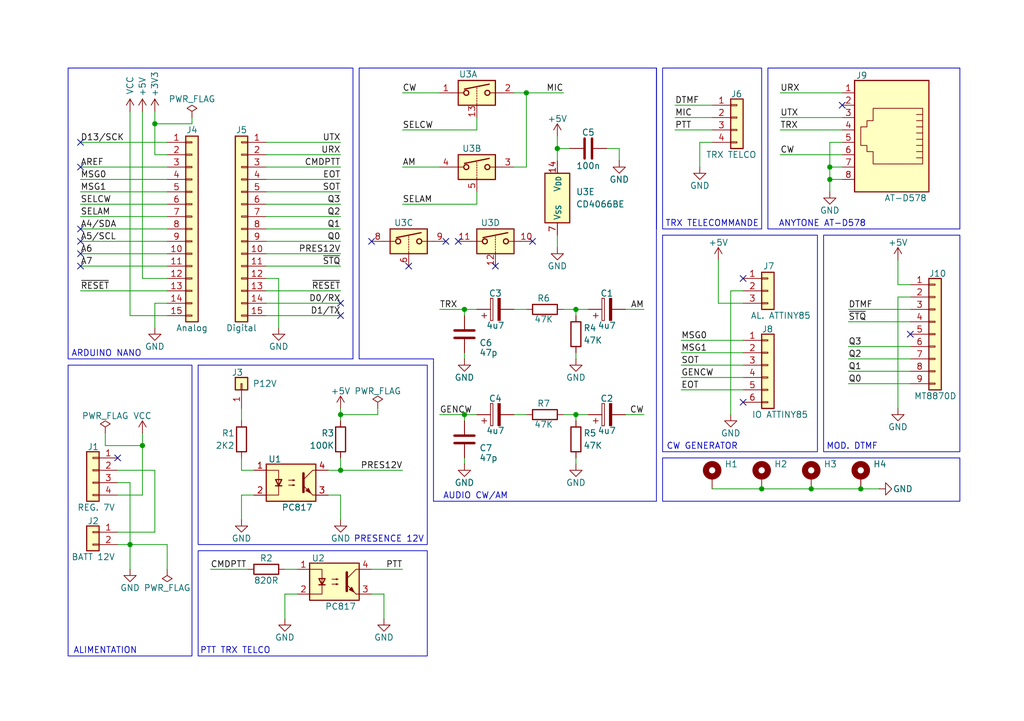
<source format=kicad_sch>
(kicad_sch (version 20250114) (generator "eeschema") (generator_version "9.0")
  (paper "A5")
  (title_block (title "Interface DTMF Remote AT-D578") (date "2025-09-17") (rev "1A") (company "F1ZIC - Nicolas F4ISE"))
  (lib_symbols
    (symbol "+5V_1" (power) (pin_numbers (hide yes)) (pin_names (offset 0) (hide yes))
      (property "Value" "+5V" (at 0 3.556 0))
      (symbol "+5V_1_0_1"
        (polyline (pts (xy -0.762 1.27) (xy 0 2.54)))
        (polyline (pts (xy 0 2.54) (xy 0.762 1.27)))
        (polyline (pts (xy 0 0) (xy 0 2.54)))
      )
      (symbol "+5V_1_1_1"
        (pin power_in line (at 0 0 90) (length 0) (name "~") (number "1"))
      )
    )
    (symbol "+5V_2" (power) (pin_numbers (hide yes)) (pin_names (offset 0) (hide yes))
      (property "Value" "+5V" (at 0 3.556 0))
      (symbol "+5V_2_0_1"
        (polyline (pts (xy -0.762 1.27) (xy 0 2.54)))
        (polyline (pts (xy 0 2.54) (xy 0.762 1.27)))
        (polyline (pts (xy 0 0) (xy 0 2.54)))
      )
      (symbol "+5V_2_1_1"
        (pin power_in line (at 0 0 90) (length 0) (name "~") (number "1"))
      )
    )
    (symbol "Analog_Switch:CD4066BE"
      (property "Reference" "U" (at -5.08 3.81 0))
      (property "Value" "CD4066BE" (at 7.62 3.81 0))
      (symbol "CD4066BE_1_1"
        (polyline (pts (xy -5.08 0) (xy -2.794 0)))
        (rectangle (start -3.81 2.54) (end 3.81 -2.54) (stroke (width 0.254)) (fill (type background)))
        (polyline (pts (xy -2.54 0.762) (xy 2.54 1.778)) (stroke (width 0.254)))
        (circle (center -2.159 0) (radius 0.508) (stroke (width 0.254)))
        (polyline (pts (xy 0 0.762) (xy 0 1.016)))
        (polyline (pts (xy 0 0.254) (xy 0 0.508)))
        (polyline (pts (xy 0 -0.254) (xy 0 0)))
        (polyline (pts (xy 0 -0.762) (xy 0 -0.508)))
        (polyline (pts (xy 0 -1.27) (xy 0 -1.016)))
        (polyline (pts (xy 0 -1.778) (xy 0 -1.524)))
        (polyline (pts (xy 0 -2.54) (xy 0 -2.032)))
        (circle (center 2.159 0) (radius 0.508) (stroke (width 0.254)))
        (polyline (pts (xy 5.08 0) (xy 2.794 0)))
        (pin bidirectional line (at -7.62 0 0) (length 2.54) (name "~") (number "1"))
        (pin input line (at 0 -5.08 90) (length 2.54) (name "~") (number "13"))
        (pin bidirectional line (at 7.62 0 180) (length 2.54) (name "~") (number "2"))
      )
      (symbol "CD4066BE_2_1"
        (polyline (pts (xy -5.08 0) (xy -2.794 0)))
        (rectangle (start -3.81 2.54) (end 3.81 -2.54) (stroke (width 0.254)) (fill (type background)))
        (polyline (pts (xy -2.54 0.762) (xy 2.54 1.778)) (stroke (width 0.254)))
        (circle (center -2.159 0) (radius 0.508) (stroke (width 0.254)))
        (polyline (pts (xy 0 0.762) (xy 0 1.016)))
        (polyline (pts (xy 0 0.254) (xy 0 0.508)))
        (polyline (pts (xy 0 -0.254) (xy 0 0)))
        (polyline (pts (xy 0 -0.762) (xy 0 -0.508)))
        (polyline (pts (xy 0 -1.27) (xy 0 -1.016)))
        (polyline (pts (xy 0 -1.778) (xy 0 -1.524)))
        (polyline (pts (xy 0 -2.54) (xy 0 -2.032)))
        (circle (center 2.159 0) (radius 0.508) (stroke (width 0.254)))
        (polyline (pts (xy 5.08 0) (xy 2.794 0)))
        (pin bidirectional line (at -7.62 0 0) (length 2.54) (name "~") (number "4"))
        (pin input line (at 0 -5.08 90) (length 2.54) (name "~") (number "5"))
        (pin bidirectional line (at 7.62 0 180) (length 2.54) (name "~") (number "3"))
      )
      (symbol "CD4066BE_3_1"
        (polyline (pts (xy -5.08 0) (xy -2.794 0)))
        (rectangle (start -3.81 2.54) (end 3.81 -2.54) (stroke (width 0.254)) (fill (type background)))
        (polyline (pts (xy -2.54 0.762) (xy 2.54 1.778)) (stroke (width 0.254)))
        (circle (center -2.159 0) (radius 0.508) (stroke (width 0.254)))
        (polyline (pts (xy 0 0.762) (xy 0 1.016)))
        (polyline (pts (xy 0 0.254) (xy 0 0.508)))
        (polyline (pts (xy 0 -0.254) (xy 0 0)))
        (polyline (pts (xy 0 -0.762) (xy 0 -0.508)))
        (polyline (pts (xy 0 -1.27) (xy 0 -1.016)))
        (polyline (pts (xy 0 -1.778) (xy 0 -1.524)))
        (polyline (pts (xy 0 -2.54) (xy 0 -2.032)))
        (circle (center 2.159 0) (radius 0.508) (stroke (width 0.254)))
        (polyline (pts (xy 5.08 0) (xy 2.794 0)))
        (pin bidirectional line (at -7.62 0 0) (length 2.54) (name "~") (number "8"))
        (pin input line (at 0 -5.08 90) (length 2.54) (name "~") (number "6"))
        (pin bidirectional line (at 7.62 0 180) (length 2.54) (name "~") (number "9"))
      )
      (symbol "CD4066BE_4_1"
        (polyline (pts (xy -5.08 0) (xy -2.794 0)))
        (rectangle (start -3.81 2.54) (end 3.81 -2.54) (stroke (width 0.254)) (fill (type background)))
        (polyline (pts (xy -2.54 0.762) (xy 2.54 1.778)) (stroke (width 0.254)))
        (circle (center -2.159 0) (radius 0.508) (stroke (width 0.254)))
        (polyline (pts (xy 0 0.762) (xy 0 1.016)))
        (polyline (pts (xy 0 0.254) (xy 0 0.508)))
        (polyline (pts (xy 0 -0.254) (xy 0 0)))
        (polyline (pts (xy 0 -0.762) (xy 0 -0.508)))
        (polyline (pts (xy 0 -1.27) (xy 0 -1.016)))
        (polyline (pts (xy 0 -1.778) (xy 0 -1.524)))
        (polyline (pts (xy 0 -2.54) (xy 0 -2.032)))
        (circle (center 2.159 0) (radius 0.508) (stroke (width 0.254)))
        (polyline (pts (xy 5.08 0) (xy 2.794 0)))
        (pin bidirectional line (at -7.62 0 0) (length 2.54) (name "~") (number "11"))
        (pin input line (at 0 -5.08 90) (length 2.54) (name "~") (number "12"))
        (pin bidirectional line (at 7.62 0 180) (length 2.54) (name "~") (number "10"))
      )
      (symbol "CD4066BE_5_1"
        (rectangle (start -2.54 5.08) (end 2.54 -5.08) (stroke (width 0.254)) (fill (type background)))
        (pin power_in line (at 0 7.62 270) (length 2.54) (name "V_{DD}") (number "14"))
        (pin power_in line (at 0 -7.62 90) (length 2.54) (name "V_{SS}") (number "7"))
      )
    )
    (symbol "Connector:RJ45" (pin_names (offset 1.016))
      (property "Reference" "J" (at -5.08 13.97 0))
      (property "Value" "RJ45" (at 2.54 13.97 0))
      (symbol "RJ45_0_1"
        (polyline (pts (xy -6.35 1.905) (xy -5.08 1.905) (xy -5.08 1.905)))
        (polyline (pts (xy -6.35 0.635) (xy -5.08 0.635) (xy -5.08 0.635)))
        (polyline (pts (xy -6.35 -0.635) (xy -5.08 -0.635) (xy -5.08 -0.635)))
        (polyline (pts (xy -6.35 -1.905) (xy -5.08 -1.905) (xy -5.08 -1.905)))
        (polyline (pts (xy -6.35 -3.175) (xy -5.08 -3.175) (xy -5.08 -3.175)))
        (polyline (pts (xy -6.35 -4.445) (xy -6.35 6.985) (xy 3.81 6.985) (xy 3.81 4.445) (xy 5.08 4.445) (xy 5.08 3.175) (xy 6.35 3.175) (xy 6.35 -0.635) (xy 5.08 -0.635) (xy 5.08 -1.905) (xy 3.81 -1.905) (xy 3.81 -4.445) (xy -6.35 -4.445) (xy -6.35 -4.445)))
        (polyline (pts (xy -5.08 5.715) (xy -6.35 5.715)))
        (polyline (pts (xy -5.08 4.445) (xy -6.35 4.445)))
        (polyline (pts (xy -5.08 3.175) (xy -6.35 3.175) (xy -6.35 3.175)))
        (rectangle (start 7.62 12.7) (end -7.62 -10.16) (stroke (width 0.254)) (fill (type background)))
      )
      (symbol "RJ45_1_1"
        (pin passive line (at 10.16 10.16 180) (length 2.54) (name "~") (number "8"))
        (pin passive line (at 10.16 7.62 180) (length 2.54) (name "~") (number "7"))
        (pin passive line (at 10.16 5.08 180) (length 2.54) (name "~") (number "6"))
        (pin passive line (at 10.16 2.54 180) (length 2.54) (name "~") (number "5"))
        (pin passive line (at 10.16 0 180) (length 2.54) (name "~") (number "4"))
        (pin passive line (at 10.16 -2.54 180) (length 2.54) (name "~") (number "3"))
        (pin passive line (at 10.16 -5.08 180) (length 2.54) (name "~") (number "2"))
        (pin passive line (at 10.16 -7.62 180) (length 2.54) (name "~") (number "1"))
      )
    )
    (symbol "Connector_Generic:Conn_01x01" (pin_names (offset 1.016) (hide yes))
      (property "Reference" "J" (at 0 2.54 0))
      (property "Value" "Conn_01x01" (at 0 -2.54 0))
      (symbol "Conn_01x01_1_1"
        (rectangle (start -1.27 1.27) (end 1.27 -1.27) (stroke (width 0.254)) (fill (type background)))
        (rectangle (start -1.27 0.127) (end 0 -0.127) (stroke (width 0.1524)))
        (pin passive line (at -5.08 0 0) (length 3.81) (name "Pin_1") (number "1"))
      )
    )
    (symbol "Connector_Generic:Conn_01x02" (pin_names (offset 1.016) (hide yes))
      (property "Reference" "J" (at 0 2.54 0))
      (property "Value" "Conn_01x02" (at 0 -5.08 0))
      (symbol "Conn_01x02_1_1"
        (rectangle (start -1.27 1.27) (end 1.27 -3.81) (stroke (width 0.254)) (fill (type background)))
        (rectangle (start -1.27 0.127) (end 0 -0.127) (stroke (width 0.1524)))
        (rectangle (start -1.27 -2.413) (end 0 -2.667) (stroke (width 0.1524)))
        (pin passive line (at -5.08 0 0) (length 3.81) (name "Pin_1") (number "1"))
        (pin passive line (at -5.08 -2.54 0) (length 3.81) (name "Pin_2") (number "2"))
      )
    )
    (symbol "Connector_Generic:Conn_01x03" (pin_names (offset 1.016) (hide yes))
      (property "Reference" "J" (at 0 5.08 0))
      (property "Value" "Conn_01x03" (at 0 -5.08 0))
      (symbol "Conn_01x03_1_1"
        (rectangle (start -1.27 3.81) (end 1.27 -3.81) (stroke (width 0.254)) (fill (type background)))
        (rectangle (start -1.27 2.667) (end 0 2.413) (stroke (width 0.1524)))
        (rectangle (start -1.27 0.127) (end 0 -0.127) (stroke (width 0.1524)))
        (rectangle (start -1.27 -2.413) (end 0 -2.667) (stroke (width 0.1524)))
        (pin passive line (at -5.08 2.54 0) (length 3.81) (name "Pin_1") (number "1"))
        (pin passive line (at -5.08 0 0) (length 3.81) (name "Pin_2") (number "2"))
        (pin passive line (at -5.08 -2.54 0) (length 3.81) (name "Pin_3") (number "3"))
      )
    )
    (symbol "Connector_Generic:Conn_01x04" (pin_names (offset 1.016) (hide yes))
      (property "Reference" "J" (at 0 5.08 0))
      (property "Value" "Conn_01x04" (at 0 -7.62 0))
      (symbol "Conn_01x04_1_1"
        (rectangle (start -1.27 3.81) (end 1.27 -6.35) (stroke (width 0.254)) (fill (type background)))
        (rectangle (start -1.27 2.667) (end 0 2.413) (stroke (width 0.1524)))
        (rectangle (start -1.27 0.127) (end 0 -0.127) (stroke (width 0.1524)))
        (rectangle (start -1.27 -2.413) (end 0 -2.667) (stroke (width 0.1524)))
        (rectangle (start -1.27 -4.953) (end 0 -5.207) (stroke (width 0.1524)))
        (pin passive line (at -5.08 2.54 0) (length 3.81) (name "Pin_1") (number "1"))
        (pin passive line (at -5.08 0 0) (length 3.81) (name "Pin_2") (number "2"))
        (pin passive line (at -5.08 -2.54 0) (length 3.81) (name "Pin_3") (number "3"))
        (pin passive line (at -5.08 -5.08 0) (length 3.81) (name "Pin_4") (number "4"))
      )
    )
    (symbol "Connector_Generic:Conn_01x06" (pin_names (offset 1.016) (hide yes))
      (property "Reference" "J" (at 0 7.62 0))
      (property "Value" "Conn_01x06" (at 0 -10.16 0))
      (symbol "Conn_01x06_1_1"
        (rectangle (start -1.27 6.35) (end 1.27 -8.89) (stroke (width 0.254)) (fill (type background)))
        (rectangle (start -1.27 5.207) (end 0 4.953) (stroke (width 0.1524)))
        (rectangle (start -1.27 2.667) (end 0 2.413) (stroke (width 0.1524)))
        (rectangle (start -1.27 0.127) (end 0 -0.127) (stroke (width 0.1524)))
        (rectangle (start -1.27 -2.413) (end 0 -2.667) (stroke (width 0.1524)))
        (rectangle (start -1.27 -4.953) (end 0 -5.207) (stroke (width 0.1524)))
        (rectangle (start -1.27 -7.493) (end 0 -7.747) (stroke (width 0.1524)))
        (pin passive line (at -5.08 5.08 0) (length 3.81) (name "Pin_1") (number "1"))
        (pin passive line (at -5.08 2.54 0) (length 3.81) (name "Pin_2") (number "2"))
        (pin passive line (at -5.08 0 0) (length 3.81) (name "Pin_3") (number "3"))
        (pin passive line (at -5.08 -2.54 0) (length 3.81) (name "Pin_4") (number "4"))
        (pin passive line (at -5.08 -5.08 0) (length 3.81) (name "Pin_5") (number "5"))
        (pin passive line (at -5.08 -7.62 0) (length 3.81) (name "Pin_6") (number "6"))
      )
    )
    (symbol "Connector_Generic:Conn_01x09" (pin_names (offset 1.016) (hide yes))
      (property "Reference" "J" (at 0 12.7 0))
      (property "Value" "Conn_01x09" (at 0 -12.7 0))
      (symbol "Conn_01x09_1_1"
        (rectangle (start -1.27 11.43) (end 1.27 -11.43) (stroke (width 0.254)) (fill (type background)))
        (rectangle (start -1.27 10.287) (end 0 10.033) (stroke (width 0.1524)))
        (rectangle (start -1.27 7.747) (end 0 7.493) (stroke (width 0.1524)))
        (rectangle (start -1.27 5.207) (end 0 4.953) (stroke (width 0.1524)))
        (rectangle (start -1.27 2.667) (end 0 2.413) (stroke (width 0.1524)))
        (rectangle (start -1.27 0.127) (end 0 -0.127) (stroke (width 0.1524)))
        (rectangle (start -1.27 -2.413) (end 0 -2.667) (stroke (width 0.1524)))
        (rectangle (start -1.27 -4.953) (end 0 -5.207) (stroke (width 0.1524)))
        (rectangle (start -1.27 -7.493) (end 0 -7.747) (stroke (width 0.1524)))
        (rectangle (start -1.27 -10.033) (end 0 -10.287) (stroke (width 0.1524)))
        (pin passive line (at -5.08 10.16 0) (length 3.81) (name "Pin_1") (number "1"))
        (pin passive line (at -5.08 7.62 0) (length 3.81) (name "Pin_2") (number "2"))
        (pin passive line (at -5.08 5.08 0) (length 3.81) (name "Pin_3") (number "3"))
        (pin passive line (at -5.08 2.54 0) (length 3.81) (name "Pin_4") (number "4"))
        (pin passive line (at -5.08 0 0) (length 3.81) (name "Pin_5") (number "5"))
        (pin passive line (at -5.08 -2.54 0) (length 3.81) (name "Pin_6") (number "6"))
        (pin passive line (at -5.08 -5.08 0) (length 3.81) (name "Pin_7") (number "7"))
        (pin passive line (at -5.08 -7.62 0) (length 3.81) (name "Pin_8") (number "8"))
        (pin passive line (at -5.08 -10.16 0) (length 3.81) (name "Pin_9") (number "9"))
      )
    )
    (symbol "Connector_Generic:Conn_01x15" (pin_names (offset 1.016) (hide yes))
      (property "Reference" "J" (at 0 20.32 0))
      (property "Value" "Conn_01x15" (at 0 -20.32 0))
      (symbol "Conn_01x15_1_1"
        (rectangle (start -1.27 19.05) (end 1.27 -19.05) (stroke (width 0.254)) (fill (type background)))
        (rectangle (start -1.27 17.907) (end 0 17.653) (stroke (width 0.1524)))
        (rectangle (start -1.27 15.367) (end 0 15.113) (stroke (width 0.1524)))
        (rectangle (start -1.27 12.827) (end 0 12.573) (stroke (width 0.1524)))
        (rectangle (start -1.27 10.287) (end 0 10.033) (stroke (width 0.1524)))
        (rectangle (start -1.27 7.747) (end 0 7.493) (stroke (width 0.1524)))
        (rectangle (start -1.27 5.207) (end 0 4.953) (stroke (width 0.1524)))
        (rectangle (start -1.27 2.667) (end 0 2.413) (stroke (width 0.1524)))
        (rectangle (start -1.27 0.127) (end 0 -0.127) (stroke (width 0.1524)))
        (rectangle (start -1.27 -2.413) (end 0 -2.667) (stroke (width 0.1524)))
        (rectangle (start -1.27 -4.953) (end 0 -5.207) (stroke (width 0.1524)))
        (rectangle (start -1.27 -7.493) (end 0 -7.747) (stroke (width 0.1524)))
        (rectangle (start -1.27 -10.033) (end 0 -10.287) (stroke (width 0.1524)))
        (rectangle (start -1.27 -12.573) (end 0 -12.827) (stroke (width 0.1524)))
        (rectangle (start -1.27 -15.113) (end 0 -15.367) (stroke (width 0.1524)))
        (rectangle (start -1.27 -17.653) (end 0 -17.907) (stroke (width 0.1524)))
        (pin passive line (at -5.08 17.78 0) (length 3.81) (name "Pin_1") (number "1"))
        (pin passive line (at -5.08 15.24 0) (length 3.81) (name "Pin_2") (number "2"))
        (pin passive line (at -5.08 12.7 0) (length 3.81) (name "Pin_3") (number "3"))
        (pin passive line (at -5.08 10.16 0) (length 3.81) (name "Pin_4") (number "4"))
        (pin passive line (at -5.08 7.62 0) (length 3.81) (name "Pin_5") (number "5"))
        (pin passive line (at -5.08 5.08 0) (length 3.81) (name "Pin_6") (number "6"))
        (pin passive line (at -5.08 2.54 0) (length 3.81) (name "Pin_7") (number "7"))
        (pin passive line (at -5.08 0 0) (length 3.81) (name "Pin_8") (number "8"))
        (pin passive line (at -5.08 -2.54 0) (length 3.81) (name "Pin_9") (number "9"))
        (pin passive line (at -5.08 -5.08 0) (length 3.81) (name "Pin_10") (number "10"))
        (pin passive line (at -5.08 -7.62 0) (length 3.81) (name "Pin_11") (number "11"))
        (pin passive line (at -5.08 -10.16 0) (length 3.81) (name "Pin_12") (number "12"))
        (pin passive line (at -5.08 -12.7 0) (length 3.81) (name "Pin_13") (number "13"))
        (pin passive line (at -5.08 -15.24 0) (length 3.81) (name "Pin_14") (number "14"))
        (pin passive line (at -5.08 -17.78 0) (length 3.81) (name "Pin_15") (number "15"))
      )
    )
    (symbol "Device:C" (pin_numbers (hide yes)) (pin_names (offset 0.254))
      (property "Reference" "C" (at 0.635 2.54 0))
      (property "Value" "C" (at 0.635 -2.54 0))
      (symbol "C_0_1"
        (polyline (pts (xy -2.032 0.762) (xy 2.032 0.762)) (stroke (width 0.508)))
        (polyline (pts (xy -2.032 -0.762) (xy 2.032 -0.762)) (stroke (width 0.508)))
      )
      (symbol "C_1_1"
        (pin passive line (at 0 3.81 270) (length 2.794) (name "~") (number "1"))
        (pin passive line (at 0 -3.81 90) (length 2.794) (name "~") (number "2"))
      )
    )
    (symbol "Device:C_Polarized" (pin_numbers (hide yes)) (pin_names (offset 0.254))
      (property "Reference" "C" (at 0.635 2.54 0))
      (property "Value" "C_Polarized" (at 0.635 -2.54 0))
      (symbol "C_Polarized_0_1"
        (rectangle (start -2.286 0.508) (end 2.286 1.016))
        (polyline (pts (xy -1.778 2.286) (xy -0.762 2.286)))
        (polyline (pts (xy -1.27 2.794) (xy -1.27 1.778)))
        (rectangle (start 2.286 -0.508) (end -2.286 -1.016) (fill (type outline)))
      )
      (symbol "C_Polarized_1_1"
        (pin passive line (at 0 3.81 270) (length 2.794) (name "~") (number "1"))
        (pin passive line (at 0 -3.81 90) (length 2.794) (name "~") (number "2"))
      )
    )
    (symbol "Device:R" (pin_numbers (hide yes)) (pin_names (offset 0))
      (property "Reference" "R" (at 2.032 0 90))
      (property "Value" "R" (at 0 0 90))
      (symbol "R_0_1"
        (rectangle (start -1.016 -2.54) (end 1.016 2.54) (stroke (width 0.254)))
      )
      (symbol "R_1_1"
        (pin passive line (at 0 3.81 270) (length 1.27) (name "~") (number "1"))
        (pin passive line (at 0 -3.81 90) (length 1.27) (name "~") (number "2"))
      )
    )
    (symbol "GND_1" (power) (pin_numbers (hide yes)) (pin_names (offset 0) (hide yes))
      (property "Value" "GND" (at 0 -3.81 0))
      (symbol "GND_1_0_1"
        (polyline (pts (xy 0 0) (xy 0 -1.27) (xy 1.27 -1.27) (xy 0 -2.54) (xy -1.27 -1.27) (xy 0 -1.27)))
      )
      (symbol "GND_1_1_1"
        (pin power_in line (at 0 0 270) (length 0) (name "~") (number "1"))
      )
    )
    (symbol "GND_2" (power) (pin_numbers (hide yes)) (pin_names (offset 0) (hide yes))
      (property "Value" "GND" (at 0 -3.81 0))
      (symbol "GND_2_0_1"
        (polyline (pts (xy 0 0) (xy 0 -1.27) (xy 1.27 -1.27) (xy 0 -2.54) (xy -1.27 -1.27) (xy 0 -1.27)))
      )
      (symbol "GND_2_1_1"
        (pin power_in line (at 0 0 270) (length 0) (name "~") (number "1"))
      )
    )
    (symbol "GND_3" (power) (pin_numbers (hide yes)) (pin_names (offset 0) (hide yes))
      (property "Value" "GND" (at 0 -3.81 0))
      (symbol "GND_3_0_1"
        (polyline (pts (xy 0 0) (xy 0 -1.27) (xy 1.27 -1.27) (xy 0 -2.54) (xy -1.27 -1.27) (xy 0 -1.27)))
      )
      (symbol "GND_3_1_1"
        (pin power_in line (at 0 0 270) (length 0) (name "~") (number "1"))
      )
    )
    (symbol "GND_4" (power) (pin_numbers (hide yes)) (pin_names (offset 0) (hide yes))
      (property "Value" "GND" (at 0 -3.81 0))
      (symbol "GND_4_0_1"
        (polyline (pts (xy 0 0) (xy 0 -1.27) (xy 1.27 -1.27) (xy 0 -2.54) (xy -1.27 -1.27) (xy 0 -1.27)))
      )
      (symbol "GND_4_1_1"
        (pin power_in line (at 0 0 270) (length 0) (name "~") (number "1"))
      )
    )
    (symbol "Isolator:PC817" (pin_names (offset 1.016))
      (property "Reference" "U" (at -5.08 5.08 0))
      (property "Value" "PC817" (at 0 5.08 0))
      (symbol "PC817_0_1"
        (rectangle (start -5.08 3.81) (end 5.08 -3.81) (stroke (width 0.254)) (fill (type background)))
        (polyline (pts (xy -5.08 2.54) (xy -2.54 2.54) (xy -2.54 -0.635)))
        (polyline (pts (xy -3.175 -0.635) (xy -1.905 -0.635)) (stroke (width 0.254)))
        (polyline (pts (xy -2.54 -0.635) (xy -2.54 -2.54) (xy -5.08 -2.54)))
        (polyline (pts (xy -2.54 -0.635) (xy -3.175 0.635) (xy -1.905 0.635) (xy -2.54 -0.635)) (stroke (width 0.254)))
        (polyline (pts (xy -0.508 0.508) (xy 0.762 0.508) (xy 0.381 0.381) (xy 0.381 0.635) (xy 0.762 0.508)))
        (polyline (pts (xy -0.508 -0.508) (xy 0.762 -0.508) (xy 0.381 -0.635) (xy 0.381 -0.381) (xy 0.762 -0.508)))
        (polyline (pts (xy 2.54 1.905) (xy 2.54 -1.905)) (stroke (width 0.508)))
        (polyline (pts (xy 2.54 0.635) (xy 4.445 2.54)))
        (polyline (pts (xy 3.048 -1.651) (xy 3.556 -1.143) (xy 4.064 -2.159) (xy 3.048 -1.651)) (fill (type outline)))
        (polyline (pts (xy 4.445 2.54) (xy 5.08 2.54)))
        (polyline (pts (xy 4.445 -2.54) (xy 2.54 -0.635)) (fill (type outline)))
        (polyline (pts (xy 4.445 -2.54) (xy 5.08 -2.54)))
      )
      (symbol "PC817_1_1"
        (pin passive line (at -7.62 2.54 0) (length 2.54) (name "~") (number "1"))
        (pin passive line (at -7.62 -2.54 0) (length 2.54) (name "~") (number "2"))
        (pin passive line (at 7.62 2.54 180) (length 2.54) (name "~") (number "4"))
        (pin passive line (at 7.62 -2.54 180) (length 2.54) (name "~") (number "3"))
      )
    )
    (symbol "Mechanical:MountingHole_Pad" (pin_numbers (hide yes)) (pin_names (offset 1.016) (hide yes)) (in_bom no)
      (property "Reference" "H" (at 0 6.35 0))
      (property "Value" "MountingHole_Pad" (at 0 4.445 0))
      (symbol "MountingHole_Pad_0_1"
        (circle (center 0 1.27) (radius 1.27) (stroke (width 1.27)))
      )
      (symbol "MountingHole_Pad_1_1"
        (pin input line (at 0 -2.54 90) (length 2.54) (name "1") (number "1"))
      )
    )
    (symbol "VCC_1" (power) (pin_numbers (hide yes)) (pin_names (offset 0) (hide yes))
      (property "Value" "VCC" (at 0 3.556 0))
      (symbol "VCC_1_0_1"
        (polyline (pts (xy -0.762 1.27) (xy 0 2.54)))
        (polyline (pts (xy 0 2.54) (xy 0.762 1.27)))
        (polyline (pts (xy 0 0) (xy 0 2.54)))
      )
      (symbol "VCC_1_1_1"
        (pin power_in line (at 0 0 90) (length 0) (name "~") (number "1"))
      )
    )
    (symbol "power:+3V3" (power) (pin_numbers (hide yes)) (pin_names (offset 0) (hide yes))
      (property "Value" "+3V3" (at 0 3.556 0))
      (symbol "+3V3_0_1"
        (polyline (pts (xy -0.762 1.27) (xy 0 2.54)))
        (polyline (pts (xy 0 2.54) (xy 0.762 1.27)))
        (polyline (pts (xy 0 0) (xy 0 2.54)))
      )
      (symbol "+3V3_1_1"
        (pin power_in line (at 0 0 90) (length 0) (name "~") (number "1"))
      )
    )
    (symbol "power:PWR_FLAG" (power) (pin_numbers (hide yes)) (pin_names (offset 0) (hide yes))
      (property "Value" "PWR_FLAG" (at 0 3.81 0))
      (symbol "PWR_FLAG_0_0"
        (pin power_out line (at 0 0 90) (length 0) (name "~") (number "1"))
      )
      (symbol "PWR_FLAG_0_1"
        (polyline (pts (xy 0 0) (xy 0 1.27) (xy -1.016 1.905) (xy 0 2.54) (xy 1.016 1.905) (xy 0 1.27)))
      )
    )
  )
  (rectangle (start 135.89 48.26) (end 167.64 92.71))
  (rectangle (start 13.97 13.97) (end 72.39 73.66))
  (rectangle (start 168.91 48.26) (end 196.85 92.71))
  (rectangle (start 135.89 93.98) (end 196.85 102.87))
  (rectangle (start 13.97 74.93) (end 39.37 134.62))
  (rectangle (start 40.64 74.93) (end 87.63 111.76))
  (rectangle (start 40.64 113.03) (end 87.63 134.62))
  (rectangle (start 135.89 13.97) (end 156.21 46.99))
  (text "ALIMENTATION" (at 21.59 133.604 0) (effects (font (size 1.27 1.27))))
  (text "ARDUINO NANO" (at 21.844 72.644 0) (effects (font (size 1.27 1.27))))
  (text "AUDIO CW/AM" (at 97.536 101.854 0) (effects (font (size 1.27 1.27))))
  (text "ANYTONE AT-D578" (at 168.656 45.974 0) (effects (font (size 1.27 1.27))))
  (text "TRX TELECOMMANDE" (at 146.05 45.974 0) (effects (font (size 1.27 1.27))))
  (text "MOD. DTMF" (at 174.752 91.694 0) (effects (font (size 1.27 1.27))))
  (text "PRESENCE 12V" (at 79.756 110.744 0) (effects (font (size 1.27 1.27))))
  (text "PTT TRX TELCO" (at 48.26 133.604 0) (effects (font (size 1.27 1.27))))
  (text "CW GENERATOR" (at 144.018 91.694 0) (effects (font (size 1.27 1.27))))
  (junction (at 69.85 85.09))
  (junction (at 29.21 91.44))
  (junction (at 26.67 111.76))
  (junction (at 170.18 36.83))
  (junction (at 176.53 100.33))
  (junction (at 69.85 96.52))
  (junction (at 156.21 100.33))
  (junction (at 118.11 63.5))
  (junction (at 95.25 63.5))
  (junction (at 170.18 34.29))
  (junction (at 118.11 85.09))
  (junction (at 166.37 100.33))
  (junction (at 95.25 85.09))
  (junction (at 31.75 25.4))
  (junction (at 114.3 30.48))
  (junction (at 107.95 19.05))
  (no_connect (at 152.4 82.55))
  (no_connect (at 69.85 62.23))
  (no_connect (at 172.72 21.59))
  (no_connect (at 69.85 64.77))
  (no_connect (at 16.51 29.21))
  (no_connect (at 16.51 54.61))
  (no_connect (at 93.98 49.53))
  (no_connect (at 76.2 49.53))
  (no_connect (at 101.6 54.61))
  (no_connect (at 83.82 54.61))
  (no_connect (at 186.69 68.58))
  (no_connect (at 16.51 34.29))
  (no_connect (at 16.51 46.99))
  (no_connect (at 109.22 49.53))
  (no_connect (at 16.51 49.53))
  (no_connect (at 91.44 49.53))
  (no_connect (at 16.51 52.07))
  (no_connect (at 24.13 93.98))
  (no_connect (at 152.4 57.15))
  (wire (pts (xy 54.61 62.23) (xy 69.85 62.23)))
  (wire (pts (xy 69.85 83.82) (xy 69.85 85.09)))
  (wire (pts (xy 69.85 93.98) (xy 69.85 96.52)))
  (wire (pts (xy 78.74 121.92) (xy 78.74 127)))
  (wire (pts (xy 24.13 99.06) (xy 26.67 99.06)))
  (wire (pts (xy 69.85 101.6) (xy 67.31 101.6)))
  (wire (pts (xy 34.29 31.75) (xy 31.75 31.75)))
  (wire (pts (xy 173.99 78.74) (xy 186.69 78.74)))
  (wire (pts (xy 172.72 29.21) (xy 170.18 29.21)))
  (wire (pts (xy 149.86 59.69) (xy 149.86 85.09)))
  (wire (pts (xy 105.41 34.29) (xy 107.95 34.29)))
  (wire (pts (xy 77.47 83.82) (xy 77.47 85.09)))
  (wire (pts (xy 139.7 77.47) (xy 152.4 77.47)))
  (wire (pts (xy 166.37 100.33) (xy 176.53 100.33)))
  (wire (pts (xy 172.72 36.83) (xy 170.18 36.83)))
  (wire (pts (xy 82.55 26.67) (xy 97.79 26.67)))
  (wire (pts (xy 170.18 34.29) (xy 170.18 36.83)))
  (wire (pts (xy 170.18 34.29) (xy 172.72 34.29)))
  (wire (pts (xy 82.55 34.29) (xy 90.17 34.29)))
  (wire (pts (xy 16.51 41.91) (xy 34.29 41.91)))
  (wire (pts (xy 186.69 60.96) (xy 184.15 60.96)))
  (wire (pts (xy 16.51 46.99) (xy 34.29 46.99)))
  (wire (pts (xy 97.79 85.09) (xy 95.25 85.09)))
  (polyline (pts (xy 157.48 46.99) (xy 196.85 46.99)))
  (wire (pts (xy 29.21 22.86) (xy 29.21 57.15)))
  (wire (pts (xy 34.29 57.15) (xy 29.21 57.15)))
  (wire (pts (xy 139.7 69.85) (xy 152.4 69.85)))
  (wire (pts (xy 139.7 72.39) (xy 152.4 72.39)))
  (wire (pts (xy 69.85 96.52) (xy 67.31 96.52)))
  (wire (pts (xy 26.67 111.76) (xy 26.67 116.84)))
  (wire (pts (xy 52.07 96.52) (xy 49.53 96.52)))
  (wire (pts (xy 139.7 80.01) (xy 152.4 80.01)))
  (wire (pts (xy 31.75 25.4) (xy 31.75 31.75)))
  (wire (pts (xy 138.43 26.67) (xy 146.05 26.67)))
  (wire (pts (xy 16.51 44.45) (xy 34.29 44.45)))
  (wire (pts (xy 54.61 52.07) (xy 69.85 52.07)))
  (wire (pts (xy 54.61 34.29) (xy 69.85 34.29)))
  (wire (pts (xy 170.18 36.83) (xy 170.18 39.37)))
  (wire (pts (xy 114.3 48.26) (xy 114.3 50.8)))
  (wire (pts (xy 76.2 116.84) (xy 82.55 116.84)))
  (wire (pts (xy 107.95 34.29) (xy 107.95 19.05)))
  (wire (pts (xy 115.57 63.5) (xy 118.11 63.5)))
  (wire (pts (xy 95.25 63.5) (xy 97.79 63.5)))
  (wire (pts (xy 39.37 25.4) (xy 31.75 25.4)))
  (wire (pts (xy 139.7 74.93) (xy 152.4 74.93)))
  (wire (pts (xy 49.53 83.82) (xy 49.53 86.36)))
  (wire (pts (xy 160.02 31.75) (xy 172.72 31.75)))
  (wire (pts (xy 54.61 59.69) (xy 69.85 59.69)))
  (wire (pts (xy 54.61 39.37) (xy 69.85 39.37)))
  (wire (pts (xy 76.2 121.92) (xy 78.74 121.92)))
  (wire (pts (xy 147.32 62.23) (xy 147.32 53.34)))
  (wire (pts (xy 152.4 62.23) (xy 147.32 62.23)))
  (wire (pts (xy 69.85 85.09) (xy 69.85 86.36)))
  (wire (pts (xy 54.61 41.91) (xy 69.85 41.91)))
  (wire (pts (xy 173.99 73.66) (xy 186.69 73.66)))
  (wire (pts (xy 180.34 100.33) (xy 176.53 100.33)))
  (polyline (pts (xy 157.48 13.97) (xy 157.48 46.99)))
  (wire (pts (xy 49.53 93.98) (xy 49.53 96.52)))
  (polyline (pts (xy 73.66 13.97) (xy 134.62 13.97)))
  (wire (pts (xy 115.57 85.09) (xy 118.11 85.09)))
  (wire (pts (xy 160.02 26.67) (xy 172.72 26.67)))
  (wire (pts (xy 49.53 101.6) (xy 49.53 106.68)))
  (wire (pts (xy 26.67 111.76) (xy 34.29 111.76)))
  (wire (pts (xy 160.02 19.05) (xy 172.72 19.05)))
  (wire (pts (xy 58.42 121.92) (xy 58.42 127)))
  (wire (pts (xy 54.61 54.61) (xy 69.85 54.61)))
  (wire (pts (xy 26.67 99.06) (xy 26.67 111.76)))
  (wire (pts (xy 118.11 85.09) (xy 120.65 85.09)))
  (polyline (pts (xy 73.66 73.66) (xy 88.9 73.66)))
  (wire (pts (xy 128.27 63.5) (xy 132.08 63.5)))
  (wire (pts (xy 82.55 41.91) (xy 97.79 41.91)))
  (wire (pts (xy 43.18 116.84) (xy 50.8 116.84)))
  (wire (pts (xy 160.02 24.13) (xy 172.72 24.13)))
  (wire (pts (xy 95.25 93.98) (xy 95.25 95.25)))
  (wire (pts (xy 39.37 24.13) (xy 39.37 25.4)))
  (wire (pts (xy 173.99 76.2) (xy 186.69 76.2)))
  (wire (pts (xy 69.85 106.68) (xy 69.85 101.6)))
  (wire (pts (xy 16.51 34.29) (xy 34.29 34.29)))
  (wire (pts (xy 82.55 19.05) (xy 90.17 19.05)))
  (wire (pts (xy 77.47 85.09) (xy 69.85 85.09)))
  (wire (pts (xy 97.79 24.13) (xy 97.79 26.67)))
  (wire (pts (xy 54.61 46.99) (xy 69.85 46.99)))
  (wire (pts (xy 69.85 96.52) (xy 82.55 96.52)))
  (wire (pts (xy 127 30.48) (xy 127 33.02)))
  (wire (pts (xy 31.75 22.86) (xy 31.75 25.4)))
  (wire (pts (xy 54.61 57.15) (xy 57.15 57.15)))
  (wire (pts (xy 95.25 64.77) (xy 95.25 63.5)))
  (wire (pts (xy 54.61 29.21) (xy 69.85 29.21)))
  (wire (pts (xy 26.67 22.86) (xy 26.67 64.77)))
  (wire (pts (xy 34.29 64.77) (xy 26.67 64.77)))
  (wire (pts (xy 16.51 59.69) (xy 34.29 59.69)))
  (polyline (pts (xy 88.9 102.87) (xy 134.62 102.87)))
  (wire (pts (xy 54.61 44.45) (xy 69.85 44.45)))
  (wire (pts (xy 54.61 49.53) (xy 69.85 49.53)))
  (wire (pts (xy 156.21 100.33) (xy 166.37 100.33)))
  (wire (pts (xy 118.11 85.09) (xy 118.11 86.36)))
  (polyline (pts (xy 134.62 102.87) (xy 134.62 13.97)))
  (wire (pts (xy 118.11 63.5) (xy 118.11 64.77)))
  (wire (pts (xy 118.11 72.39) (xy 118.11 73.66)))
  (wire (pts (xy 16.51 36.83) (xy 34.29 36.83)))
  (polyline (pts (xy 88.9 73.66) (xy 88.9 102.87)))
  (wire (pts (xy 29.21 101.6) (xy 29.21 91.44)))
  (wire (pts (xy 95.25 72.39) (xy 95.25 73.66)))
  (wire (pts (xy 29.21 91.44) (xy 29.21 88.9)))
  (polyline (pts (xy 157.48 13.97) (xy 196.85 13.97)))
  (wire (pts (xy 138.43 24.13) (xy 146.05 24.13)))
  (wire (pts (xy 138.43 21.59) (xy 146.05 21.59)))
  (wire (pts (xy 105.41 85.09) (xy 107.95 85.09)))
  (wire (pts (xy 114.3 30.48) (xy 116.84 30.48)))
  (wire (pts (xy 16.51 29.21) (xy 34.29 29.21)))
  (wire (pts (xy 184.15 60.96) (xy 184.15 83.82)))
  (wire (pts (xy 115.57 19.05) (xy 107.95 19.05)))
  (wire (pts (xy 143.51 29.21) (xy 143.51 34.29)))
  (wire (pts (xy 173.99 66.04) (xy 186.69 66.04)))
  (wire (pts (xy 173.99 63.5) (xy 186.69 63.5)))
  (wire (pts (xy 90.17 85.09) (xy 95.25 85.09)))
  (wire (pts (xy 118.11 63.5) (xy 120.65 63.5)))
  (wire (pts (xy 114.3 27.94) (xy 114.3 30.48)))
  (wire (pts (xy 31.75 109.22) (xy 24.13 109.22)))
  (wire (pts (xy 16.51 54.61) (xy 34.29 54.61)))
  (wire (pts (xy 16.51 49.53) (xy 34.29 49.53)))
  (wire (pts (xy 95.25 86.36) (xy 95.25 85.09)))
  (wire (pts (xy 124.46 30.48) (xy 127 30.48)))
  (wire (pts (xy 58.42 116.84) (xy 60.96 116.84)))
  (wire (pts (xy 31.75 96.52) (xy 31.75 109.22)))
  (wire (pts (xy 128.27 85.09) (xy 132.08 85.09)))
  (wire (pts (xy 54.61 36.83) (xy 69.85 36.83)))
  (polyline (pts (xy 73.66 13.97) (xy 73.66 73.66)))
  (wire (pts (xy 34.29 111.76) (xy 34.29 116.84)))
  (wire (pts (xy 21.59 88.9) (xy 21.59 91.44)))
  (wire (pts (xy 118.11 93.98) (xy 118.11 95.25)))
  (wire (pts (xy 24.13 96.52) (xy 31.75 96.52)))
  (wire (pts (xy 26.67 111.76) (xy 24.13 111.76)))
  (wire (pts (xy 57.15 57.15) (xy 57.15 67.31)))
  (wire (pts (xy 146.05 100.33) (xy 156.21 100.33)))
  (wire (pts (xy 54.61 64.77) (xy 69.85 64.77)))
  (wire (pts (xy 170.18 29.21) (xy 170.18 34.29)))
  (wire (pts (xy 152.4 59.69) (xy 149.86 59.69)))
  (wire (pts (xy 105.41 63.5) (xy 107.95 63.5)))
  (wire (pts (xy 107.95 19.05) (xy 105.41 19.05)))
  (wire (pts (xy 24.13 101.6) (xy 29.21 101.6)))
  (wire (pts (xy 16.51 52.07) (xy 34.29 52.07)))
  (wire (pts (xy 52.07 101.6) (xy 49.53 101.6)))
  (wire (pts (xy 97.79 39.37) (xy 97.79 41.91)))
  (wire (pts (xy 114.3 30.48) (xy 114.3 33.02)))
  (polyline (pts (xy 196.85 46.99) (xy 196.85 13.97)))
  (wire (pts (xy 173.99 71.12) (xy 186.69 71.12)))
  (wire (pts (xy 184.15 53.34) (xy 184.15 58.42)))
  (wire (pts (xy 31.75 62.23) (xy 31.75 67.31)))
  (wire (pts (xy 34.29 62.23) (xy 31.75 62.23)))
  (wire (pts (xy 90.17 63.5) (xy 95.25 63.5)))
  (wire (pts (xy 60.96 121.92) (xy 58.42 121.92)))
  (wire (pts (xy 16.51 39.37) (xy 34.29 39.37)))
  (wire (pts (xy 146.05 29.21) (xy 143.51 29.21)))
  (wire (pts (xy 21.59 91.44) (xy 29.21 91.44)))
  (wire (pts (xy 184.15 58.42) (xy 186.69 58.42)))
  (polyline (pts (xy 134.62 13.97) (xy 134.62 46.99)))
  (wire (pts (xy 54.61 31.75) (xy 69.85 31.75)))
  (label "GENCW" (at 139.7 77.47 0))
  (label "Q0" (at 69.85 49.53 180))
  (label "Q1" (at 69.85 46.99 180))
  (label "GENCW" (at 90.17 85.09 0))
  (label "SELCW" (at 16.51 41.91 0))
  (label "Q3" (at 69.85 41.91 180))
  (label "AM" (at 132.08 63.5 180))
  (label "CMDPTT" (at 43.18 116.84 0))
  (label "Q0" (at 173.99 78.74 0))
  (label "Q2" (at 173.99 73.66 0))
  (label "PTT" (at 82.55 116.84 180))
  (label "D13{slash}SCK" (at 16.51 29.21 0))
  (label "MSG1" (at 139.7 72.39 0))
  (label "A7" (at 16.51 54.61 0))
  (label "Q2" (at 69.85 44.45 180))
  (label "URX" (at 69.85 31.75 180))
  (label "MSG1" (at 16.51 39.37 0))
  (label "DTMF" (at 138.43 21.59 0))
  (label "MIC" (at 115.57 19.05 180))
  (label "~{STQ}" (at 173.99 66.04 0))
  (label "PRES12V" (at 69.85 52.07 180))
  (label "A4{slash}SDA" (at 16.51 46.99 0))
  (label "MIC" (at 138.43 24.13 0))
  (label "TRX" (at 160.02 26.67 0))
  (label "A5{slash}SCL" (at 16.51 49.53 0))
  (label "PRES12V" (at 82.55 96.52 180))
  (label "Q1" (at 173.99 76.2 0))
  (label "CW" (at 160.02 31.75 0))
  (label "CW" (at 82.55 19.05 0))
  (label "SELAM" (at 16.51 44.45 0))
  (label "~{RESET}" (at 69.85 59.69 180))
  (label "~{RESET}" (at 16.51 59.69 0))
  (label "A6" (at 16.51 52.07 0))
  (label "SELAM" (at 82.55 41.91 0))
  (label "MSG0" (at 139.7 69.85 0))
  (label "MSG0" (at 16.51 36.83 0))
  (label "UTX" (at 160.02 24.13 0))
  (label "EOT" (at 69.85 36.83 180))
  (label "URX" (at 160.02 19.05 0))
  (label "~{STQ}" (at 69.85 54.61 180))
  (label "SOT" (at 69.85 39.37 180))
  (label "D1{slash}TX" (at 69.85 64.77 180))
  (label "Q3" (at 173.99 71.12 0))
  (label "D0{slash}RX" (at 69.85 62.23 180))
  (label "PTT" (at 138.43 26.67 0))
  (label "AREF" (at 16.51 34.29 0))
  (label "TRX" (at 90.17 63.5 0))
  (label "SELCW" (at 82.55 26.67 0))
  (label "EOT" (at 139.7 80.01 0))
  (label "CMDPTT" (at 69.85 34.29 180))
  (label "CW" (at 132.08 85.09 180))
  (label "AM" (at 82.55 34.29 0))
  (label "UTX" (at 69.85 29.21 180))
  (label "DTMF" (at 173.99 63.5 0))
  (label "SOT" (at 139.7 74.93 0))
  (symbol (lib_id "Connector_Generic:Conn_01x15") (at 39.37 46.99 0) (unit 1)
    (property "Reference" "J4" (at 39.37 26.67 0))
    (property "Value" "Analog" (at 39.37 67.31 0))
    (property "Footprint" "Connector_PinHeader_2.54mm:PinHeader_1x15_P2.54mm_Vertical" (effects (hide yes)))
  )
  (symbol (lib_id "Connector_Generic:Conn_01x15") (at 49.53 46.99 0) (mirror y) (unit 1)
    (property "Reference" "J5" (at 49.53 26.67 0))
    (property "Value" "Digital" (at 49.53 67.31 0))
    (property "Footprint" "Connector_PinHeader_2.54mm:PinHeader_1x15_P2.54mm_Vertical" (effects (hide yes)))
  )
  (symbol (lib_id "Analog_Switch:CD4066BE") (at 97.79 19.05 0) (unit 1)
    (property "Reference" "U3" (at 96.012 15.24 0))
    (property "Value" "CD4066BE" (effects (hide yes)))
    (property "Footprint" "Package_DIP:DIP-14_W7.62mm" (effects (hide yes)))
    (property "Datasheet" "https://www.ti.com/lit/ds/symlink/cd4066b.pdf" (effects (hide yes)))
    (property "Description" "Quad 20V analog SPST 1:1 switch, DIP-14" (effects (hide yes)))
  )
  (symbol (lib_id "Mechanical:MountingHole_Pad") (at 166.37 97.79 0) (unit 1) (in_bom no)
    (property "Reference" "H3" (at 168.91 95.2499 0) (effects (justify left)))
    (property "Value" "MountingHole_Pad" (effects (hide yes)))
    (property "Footprint" "MountingHole:MountingHole_3.2mm_M3_DIN965_Pad" (effects (hide yes)))
    (property "Description" "Mounting Hole with connection" (effects (hide yes)))
  )
  (symbol (lib_name "GND_1") (lib_id "power:GND") (at 95.25 95.25 0) (unit 1)
    (property "Reference" "#PWR018" (effects (hide yes)))
    (property "Value" "GND" (at 95.25 99.06 0))
    (property "Description" "Power symbol creates a global label with name \"GND\" , ground" (effects (hide yes)))
  )
  (symbol (lib_id "Analog_Switch:CD4066BE") (at 83.82 49.53 0) (unit 3)
    (property "Reference" "U3" (at 82.804 45.72 0))
    (property "Value" "CD4066BE" (effects (hide yes)))
    (property "Footprint" "Package_DIP:DIP-14_W7.62mm" (effects (hide yes)))
    (property "Datasheet" "https://www.ti.com/lit/ds/symlink/cd4066b.pdf" (effects (hide yes)))
    (property "Description" "Quad 20V analog SPST 1:1 switch, DIP-14" (effects (hide yes)))
  )
  (symbol (lib_id "Device:R") (at 111.76 63.5 90) (unit 1)
    (property "Reference" "R6" (at 111.506 61.214 90))
    (property "Value" "47K" (at 111.506 65.532 90))
    (property "Footprint" "Resistor_THT:R_Axial_DIN0204_L3.6mm_D1.6mm_P7.62mm_Horizontal" (effects (hide yes)))
    (property "Description" "Resistor" (effects (hide yes)))
  )
  (symbol (lib_id "Device:C_Polarized") (at 101.6 85.09 90) (unit 1)
    (property "Reference" "C4" (at 101.6 81.788 90))
    (property "Value" "4u7" (at 101.6 88.392 90))
    (property "Footprint" "Capacitor_THT:CP_Radial_D5.0mm_P2.50mm" (effects (hide yes)))
    (property "Description" "Polarized capacitor" (effects (hide yes)))
  )
  (symbol (lib_name "GND_3") (lib_id "power:GND") (at 149.86 85.09 0) (unit 1)
    (property "Reference" "#PWR022" (effects (hide yes)))
    (property "Value" "GND" (at 149.86 88.9 0))
    (property "Description" "Power symbol creates a global label with name \"GND\" , ground" (effects (hide yes)))
  )
  (symbol (lib_name "GND_4") (lib_id "power:GND") (at 143.51 34.29 0) (unit 1)
    (property "Reference" "#PWR020" (effects (hide yes)))
    (property "Value" "GND" (at 143.51 38.1 0))
    (property "Description" "Power symbol creates a global label with name \"GND\" , ground" (effects (hide yes)))
  )
  (symbol (lib_name "GND_1") (lib_id "power:GND") (at 118.11 95.25 0) (unit 1)
    (property "Reference" "#PWR014" (effects (hide yes)))
    (property "Value" "GND" (at 118.11 99.06 0))
    (property "Description" "Power symbol creates a global label with name \"GND\" , ground" (effects (hide yes)))
  )
  (symbol (lib_name "+5V_2") (lib_id "power:+5V") (at 147.32 53.34 0) (unit 1)
    (property "Reference" "#PWR021" (effects (hide yes)))
    (property "Value" "+5V" (at 147.32 49.784 0))
    (property "Description" "Power symbol creates a global label with name \"+5V\"" (effects (hide yes)))
  )
  (symbol (lib_id "power:PWR_FLAG") (at 21.59 88.9 0) (unit 1)
    (property "Reference" "#FLG02" (effects (hide yes)))
    (property "Value" "PWR_FLAG" (at 21.59 85.344 0))
    (property "Description" "Special symbol for telling ERC where power comes from" (effects (hide yes)))
  )
  (symbol (lib_id "Device:R") (at 111.76 85.09 90) (unit 1)
    (property "Reference" "R7" (at 111.506 82.804 90))
    (property "Value" "47K" (at 111.506 87.122 90))
    (property "Footprint" "Resistor_THT:R_Axial_DIN0204_L3.6mm_D1.6mm_P7.62mm_Horizontal" (effects (hide yes)))
    (property "Description" "Resistor" (effects (hide yes)))
  )
  (symbol (lib_name "GND_4") (lib_id "power:GND") (at 78.74 127 0) (unit 1)
    (property "Reference" "#PWR012" (effects (hide yes)))
    (property "Value" "GND" (at 78.74 130.81 0))
    (property "Description" "Power symbol creates a global label with name \"GND\" , ground" (effects (hide yes)))
  )
  (symbol (lib_name "GND_4") (lib_id "power:GND") (at 180.34 100.33 90) (unit 1)
    (property "Reference" "#PWR05" (effects (hide yes)))
    (property "Value" "GND" (at 185.166 100.33 90))
    (property "Description" "Power symbol creates a global label with name \"GND\" , ground" (effects (hide yes)))
  )
  (symbol (lib_name "GND_4") (lib_id "power:GND") (at 57.15 67.31 0) (unit 1)
    (property "Reference" "#PWR08" (effects (hide yes)))
    (property "Value" "GND" (at 57.15 71.12 0))
    (property "Description" "Power symbol creates a global label with name \"GND\" , ground" (effects (hide yes)))
  )
  (symbol (lib_id "Device:R") (at 49.53 90.17 0) (unit 1)
    (property "Reference" "R1" (at 45.466 88.9 0) (effects (justify left)))
    (property "Value" "2K2" (at 44.196 91.44 0) (effects (justify left)))
    (property "Footprint" "Resistor_THT:R_Axial_DIN0204_L3.6mm_D1.6mm_P7.62mm_Horizontal" (effects (hide yes)))
    (property "Description" "Resistor" (effects (hide yes)))
  )
  (symbol (lib_id "Device:C") (at 120.65 30.48 90) (unit 1)
    (property "Reference" "C5" (at 120.65 27.178 90))
    (property "Value" "100n" (at 120.65 34.036 90))
    (property "Footprint" "Capacitor_THT:C_Rect_L7.0mm_W3.5mm_P5.00mm" (effects (hide yes)))
    (property "Description" "Unpolarized capacitor" (effects (hide yes)))
  )
  (symbol (lib_id "Connector_Generic:Conn_01x03") (at 157.48 59.69 0) (unit 1)
    (property "Reference" "J7" (at 156.464 54.61 0) (effects (justify left)))
    (property "Value" "AL. ATTINY85" (at 153.924 64.77 0) (effects (justify left)))
    (property "Footprint" "Connector_PinHeader_2.54mm:PinHeader_1x03_P2.54mm_Vertical" (effects (hide yes)))
    (property "Description" "Generic connector, single row, 01x03, script generated (kicad-library-utils/schlib/autogen/connector/)" (effects (hide yes)))
  )
  (symbol (lib_name "GND_1") (lib_id "power:GND") (at 184.15 83.82 0) (unit 1)
    (property "Reference" "#PWR025" (effects (hide yes)))
    (property "Value" "GND" (at 184.15 87.63 0))
    (property "Description" "Power symbol creates a global label with name \"GND\" , ground" (effects (hide yes)))
  )
  (symbol (lib_id "Connector_Generic:Conn_01x04") (at 151.13 24.13 0) (unit 1)
    (property "Reference" "J6" (at 149.86 19.304 0) (effects (justify left)))
    (property "Value" "TRX TELCO" (at 144.78 31.75 0) (effects (justify left)))
    (property "Footprint" "Connector_PinHeader_2.54mm:PinHeader_1x04_P2.54mm_Vertical" (effects (hide yes)))
    (property "Description" "Generic connector, single row, 01x04, script generated (kicad-library-utils/schlib/autogen/connector/)" (effects (hide yes)))
  )
  (symbol (lib_id "Device:C_Polarized") (at 124.46 63.5 90) (unit 1)
    (property "Reference" "C1" (at 124.46 60.198 90))
    (property "Value" "4u7" (at 124.46 66.802 90))
    (property "Footprint" "Capacitor_THT:CP_Radial_D5.0mm_P2.50mm" (effects (hide yes)))
    (property "Description" "Polarized capacitor" (effects (hide yes)))
  )
  (symbol (lib_id "Device:C_Polarized") (at 101.6 63.5 90) (unit 1)
    (property "Reference" "C3" (at 101.6 60.198 90))
    (property "Value" "4u7" (at 101.6 66.802 90))
    (property "Footprint" "Capacitor_THT:CP_Radial_D5.0mm_P2.50mm" (effects (hide yes)))
    (property "Description" "Polarized capacitor" (effects (hide yes)))
  )
  (symbol (lib_name "GND_1") (lib_id "power:GND") (at 95.25 73.66 0) (unit 1)
    (property "Reference" "#PWR017" (effects (hide yes)))
    (property "Value" "GND" (at 95.25 77.47 0))
    (property "Description" "Power symbol creates a global label with name \"GND\" , ground" (effects (hide yes)))
  )
  (symbol (lib_id "Mechanical:MountingHole_Pad") (at 146.05 97.79 0) (unit 1) (in_bom no)
    (property "Reference" "H1" (at 148.59 95.2499 0) (effects (justify left)))
    (property "Value" "MountingHole_Pad" (effects (hide yes)))
    (property "Footprint" "MountingHole:MountingHole_3.2mm_M3_DIN965_Pad" (effects (hide yes)))
    (property "Description" "Mounting Hole with connection" (effects (hide yes)))
  )
  (symbol (lib_id "Device:R") (at 118.11 68.58 0) (unit 1)
    (property "Reference" "R4" (at 119.634 67.31 0) (effects (justify left)))
    (property "Value" "47K" (at 119.634 69.85 0) (effects (justify left)))
    (property "Footprint" "Resistor_THT:R_Axial_DIN0204_L3.6mm_D1.6mm_P7.62mm_Horizontal" (effects (hide yes)))
    (property "Description" "Resistor" (effects (hide yes)))
  )
  (symbol (lib_id "power:PWR_FLAG") (at 34.29 116.84 180) (unit 1)
    (property "Reference" "#FLG01" (effects (hide yes)))
    (property "Value" "PWR_FLAG" (at 34.29 120.65 0))
    (property "Description" "Special symbol for telling ERC where power comes from" (effects (hide yes)))
  )
  (symbol (lib_id "Analog_Switch:CD4066BE") (at 114.3 40.64 0) (unit 5)
    (property "Reference" "U3" (at 118.11 39.3699 0) (effects (justify left)))
    (property "Value" "CD4066BE" (at 118.11 41.9099 0) (effects (justify left)))
    (property "Footprint" "Package_DIP:DIP-14_W7.62mm" (effects (hide yes)))
    (property "Datasheet" "https://www.ti.com/lit/ds/symlink/cd4066b.pdf" (effects (hide yes)))
    (property "Description" "Quad 20V analog SPST 1:1 switch, DIP-14" (effects (hide yes)))
  )
  (symbol (lib_id "Connector:RJ45") (at 182.88 26.67 180) (unit 1)
    (property "Reference" "J9" (at 175.514 15.494 0) (effects (justify right)))
    (property "Value" "AT-D578" (at 181.356 40.64 0) (effects (justify right)))
    (property "Footprint" "Connector_RJ:RJ45_Amphenol_54602-x08_Horizontal" (effects (hide yes)))
    (property "Description" "RJ connector, 8P8C (8 positions 8 connected)" (effects (hide yes)))
  )
  (symbol (lib_name "+5V_1") (lib_id "power:+5V") (at 184.15 53.34 0) (unit 1)
    (property "Reference" "#PWR024" (effects (hide yes)))
    (property "Value" "+5V" (at 184.15 49.784 0))
    (property "Description" "Power symbol creates a global label with name \"+5V\"" (effects (hide yes)))
  )
  (symbol (lib_name "VCC_1") (lib_id "power:VCC") (at 29.21 88.9 0) (mirror y) (unit 1)
    (property "Reference" "#PWR03" (effects (hide yes)))
    (property "Value" "VCC" (at 29.21 85.344 0))
    (property "Description" "Power symbol creates a global label with name \"VCC\"" (effects (hide yes)))
  )
  (symbol (lib_id "power:+3V3") (at 31.75 22.86 0) (unit 1)
    (property "Reference" "#PWR04" (effects (hide yes)))
    (property "Value" "+3V3" (at 31.75 17.272 90))
    (property "Description" "Power symbol creates a global label with name \"+3V3\"" (effects (hide yes)))
  )
  (symbol (lib_name "GND_4") (lib_id "power:GND") (at 170.18 39.37 0) (unit 1)
    (property "Reference" "#PWR023" (effects (hide yes)))
    (property "Value" "GND" (at 170.18 43.18 0))
    (property "Description" "Power symbol creates a global label with name \"GND\" , ground" (effects (hide yes)))
  )
  (symbol (lib_id "Mechanical:MountingHole_Pad") (at 176.53 97.79 0) (unit 1) (in_bom no)
    (property "Reference" "H4" (at 179.07 95.2499 0) (effects (justify left)))
    (property "Value" "MountingHole_Pad" (effects (hide yes)))
    (property "Footprint" "MountingHole:MountingHole_3.2mm_M3_DIN965_Pad" (effects (hide yes)))
    (property "Description" "Mounting Hole with connection" (effects (hide yes)))
  )
  (symbol (lib_id "Isolator:PC817") (at 59.69 99.06 0) (unit 1)
    (property "Reference" "U1" (at 56.388 94.234 0))
    (property "Value" "PC817" (at 60.96 104.14 0))
    (property "Footprint" "Package_DIP:DIP-4_W7.62mm" (effects (hide yes)))
    (property "Datasheet" "http://www.soselectronic.cz/a_info/resource/d/pc817.pdf" (effects (hide yes)))
    (property "Description" "DC Optocoupler, Vce 35V, CTR 50-300%, DIP-4" (effects (hide yes)))
  )
  (symbol (lib_id "Device:R") (at 69.85 90.17 0) (unit 1)
    (property "Reference" "R3" (at 68.58 88.9 0) (effects (justify right)))
    (property "Value" "100K" (at 68.58 91.44 0) (effects (justify right)))
    (property "Footprint" "Resistor_THT:R_Axial_DIN0204_L3.6mm_D1.6mm_P7.62mm_Horizontal" (effects (hide yes)))
    (property "Description" "Resistor" (effects (hide yes)))
  )
  (symbol (lib_name "GND_4") (lib_id "power:GND") (at 58.42 127 0) (unit 1)
    (property "Reference" "#PWR011" (effects (hide yes)))
    (property "Value" "GND" (at 58.42 130.81 0))
    (property "Description" "Power symbol creates a global label with name \"GND\" , ground" (effects (hide yes)))
  )
  (symbol (lib_name "+5V_1") (lib_id "power:+5V") (at 114.3 27.94 0) (mirror y) (unit 1)
    (property "Reference" "#PWR015" (effects (hide yes)))
    (property "Value" "+5V" (at 114.3 24.384 0))
    (property "Description" "Power symbol creates a global label with name \"+5V\"" (effects (hide yes)))
  )
  (symbol (lib_id "Device:C_Polarized") (at 124.46 85.09 90) (unit 1)
    (property "Reference" "C2" (at 124.46 81.788 90))
    (property "Value" "4u7" (at 124.46 88.392 90))
    (property "Footprint" "Capacitor_THT:CP_Radial_D5.0mm_P2.50mm" (effects (hide yes)))
    (property "Description" "Polarized capacitor" (effects (hide yes)))
  )
  (symbol (lib_name "VCC_1") (lib_id "power:VCC") (at 26.67 22.86 0) (mirror y) (unit 1)
    (property "Reference" "#PWR026" (effects (hide yes)))
    (property "Value" "VCC" (at 26.67 17.526 90))
    (property "Description" "Power symbol creates a global label with name \"VCC\"" (effects (hide yes)))
  )
  (symbol (lib_name "GND_4") (lib_id "power:GND") (at 69.85 106.68 0) (unit 1)
    (property "Reference" "#PWR010" (effects (hide yes)))
    (property "Value" "GND" (at 69.85 110.49 0))
    (property "Description" "Power symbol creates a global label with name \"GND\" , ground" (effects (hide yes)))
  )
  (symbol (lib_id "Connector_Generic:Conn_01x06") (at 157.48 74.93 0) (unit 1)
    (property "Reference" "J8" (at 156.21 67.564 0) (effects (justify left)))
    (property "Value" "IO ATTINY85" (at 154.178 85.09 0) (effects (justify left)))
    (property "Footprint" "Connector_PinHeader_2.54mm:PinHeader_1x06_P2.54mm_Vertical" (effects (hide yes)))
    (property "Description" "Generic connector, single row, 01x06, script generated (kicad-library-utils/schlib/autogen/connector/)" (effects (hide yes)))
  )
  (symbol (lib_id "Connector_Generic:Conn_01x02") (at 19.05 109.22 0) (mirror y) (unit 1)
    (property "Reference" "J2" (at 20.32 106.934 0) (effects (justify left)))
    (property "Value" "BATT 12V" (at 23.622 114.3 0) (effects (justify left)))
    (property "Footprint" "TerminalBlock:TerminalBlock_MaiXu_MX126-5.0-02P_1x02_P5.00mm" (effects (hide yes)))
    (property "Description" "Generic connector, single row, 01x02, script generated (kicad-library-utils/schlib/autogen/connector/)" (effects (hide yes)))
  )
  (symbol (lib_name "GND_1") (lib_id "power:GND") (at 118.11 73.66 0) (unit 1)
    (property "Reference" "#PWR013" (effects (hide yes)))
    (property "Value" "GND" (at 118.11 77.47 0))
    (property "Description" "Power symbol creates a global label with name \"GND\" , ground" (effects (hide yes)))
  )
  (symbol (lib_id "Mechanical:MountingHole_Pad") (at 156.21 97.79 0) (unit 1) (in_bom no)
    (property "Reference" "H2" (at 158.75 95.2499 0) (effects (justify left)))
    (property "Value" "MountingHole_Pad" (effects (hide yes)))
    (property "Footprint" "MountingHole:MountingHole_3.2mm_M3_DIN965_Pad" (effects (hide yes)))
    (property "Description" "Mounting Hole with connection" (effects (hide yes)))
  )
  (symbol (lib_name "GND_4") (lib_id "power:GND") (at 127 33.02 0) (unit 1)
    (property "Reference" "#PWR019" (effects (hide yes)))
    (property "Value" "GND" (at 127 36.83 0))
    (property "Description" "Power symbol creates a global label with name \"GND\" , ground" (effects (hide yes)))
  )
  (symbol (lib_name "GND_4") (lib_id "power:GND") (at 49.53 106.68 0) (unit 1)
    (property "Reference" "#PWR07" (effects (hide yes)))
    (property "Value" "GND" (at 49.53 110.49 0))
    (property "Description" "Power symbol creates a global label with name \"GND\" , ground" (effects (hide yes)))
  )
  (symbol (lib_id "Analog_Switch:CD4066BE") (at 97.79 34.29 0) (unit 2)
    (property "Reference" "U3" (at 96.774 30.48 0))
    (property "Value" "CD4066BE" (effects (hide yes)))
    (property "Footprint" "Package_DIP:DIP-14_W7.62mm" (effects (hide yes)))
    (property "Datasheet" "https://www.ti.com/lit/ds/symlink/cd4066b.pdf" (effects (hide yes)))
    (property "Description" "Quad 20V analog SPST 1:1 switch, DIP-14" (effects (hide yes)))
  )
  (symbol (lib_name "GND_4") (lib_id "power:GND") (at 114.3 50.8 0) (unit 1)
    (property "Reference" "#PWR016" (effects (hide yes)))
    (property "Value" "GND" (at 114.3 54.61 0))
    (property "Description" "Power symbol creates a global label with name \"GND\" , ground" (effects (hide yes)))
  )
  (symbol (lib_id "Device:R") (at 118.11 90.17 0) (unit 1)
    (property "Reference" "R5" (at 119.634 88.9 0) (effects (justify left)))
    (property "Value" "47K" (at 119.634 91.44 0) (effects (justify left)))
    (property "Footprint" "Resistor_THT:R_Axial_DIN0204_L3.6mm_D1.6mm_P7.62mm_Horizontal" (effects (hide yes)))
    (property "Description" "Resistor" (effects (hide yes)))
  )
  (symbol (lib_name "+5V_1") (lib_id "power:+5V") (at 29.21 22.86 0) (mirror y) (unit 1)
    (property "Reference" "#PWR02" (effects (hide yes)))
    (property "Value" "+5V" (at 29.21 17.78 90))
    (property "Description" "Power symbol creates a global label with name \"+5V\"" (effects (hide yes)))
  )
  (symbol (lib_id "Device:C") (at 95.25 90.17 0) (unit 1)
    (property "Reference" "C7" (at 98.298 91.948 0) (effects (justify left)))
    (property "Value" "47p" (at 98.298 93.98 0) (effects (justify left)))
    (property "Footprint" "Capacitor_THT:C_Rect_L7.0mm_W3.5mm_P5.00mm" (effects (hide yes)))
    (property "Description" "Unpolarized capacitor" (effects (hide yes)))
  )
  (symbol (lib_id "Connector_Generic:Conn_01x01") (at 49.53 78.74 90) (unit 1)
    (property "Reference" "J3" (at 47.498 76.454 90) (effects (justify right)))
    (property "Value" "P12V" (at 51.816 78.74 90) (effects (justify right)))
    (property "Footprint" "Connector_PinHeader_2.54mm:PinHeader_1x01_P2.54mm_Vertical" (effects (hide yes)))
    (property "Description" "Generic connector, single row, 01x01, script generated (kicad-library-utils/schlib/autogen/connector/)" (effects (hide yes)))
  )
  (symbol (lib_name "GND_2") (lib_id "power:GND") (at 26.67 116.84 0) (mirror y) (unit 1)
    (property "Reference" "#PWR01" (effects (hide yes)))
    (property "Value" "GND" (at 26.67 120.65 0))
    (property "Description" "Power symbol creates a global label with name \"GND\" , ground" (effects (hide yes)))
  )
  (symbol (lib_id "Connector_Generic:Conn_01x09") (at 191.77 68.58 0) (unit 1)
    (property "Reference" "J10" (at 190.5 56.134 0) (effects (justify left)))
    (property "Value" "MT8870D" (at 187.452 81.28 0) (effects (justify left)))
    (property "Footprint" "Connector_PinHeader_2.54mm:PinHeader_1x09_P2.54mm_Vertical" (effects (hide yes)))
    (property "Description" "Generic connector, single row, 01x09, script generated (kicad-library-utils/schlib/autogen/connector/)" (effects (hide yes)))
  )
  (symbol (lib_id "Connector_Generic:Conn_01x04") (at 19.05 96.52 0) (mirror y) (unit 1)
    (property "Reference" "J1" (at 20.32 91.694 0) (effects (justify left)))
    (property "Value" "REG. 7V" (at 23.622 104.14 0) (effects (justify left)))
    (property "Footprint" "Connector_PinHeader_2.54mm:PinHeader_1x04_P2.54mm_Vertical" (effects (hide yes)))
    (property "Description" "Generic connector, single row, 01x04, script generated (kicad-library-utils/schlib/autogen/connector/)" (effects (hide yes)))
  )
  (symbol (lib_id "power:PWR_FLAG") (at 77.47 83.82 0) (unit 1)
    (property "Reference" "#FLG03" (effects (hide yes)))
    (property "Value" "PWR_FLAG" (at 77.47 80.264 0))
    (property "Description" "Special symbol for telling ERC where power comes from" (effects (hide yes)))
  )
  (symbol (lib_id "power:PWR_FLAG") (at 39.37 24.13 0) (unit 1)
    (property "Reference" "#FLG04" (effects (hide yes)))
    (property "Value" "PWR_FLAG" (at 39.37 20.32 0))
    (property "Description" "Special symbol for telling ERC where power comes from" (effects (hide yes)))
  )
  (symbol (lib_id "Device:R") (at 54.61 116.84 90) (unit 1)
    (property "Reference" "R2" (at 54.61 114.554 90))
    (property "Value" "820R" (at 54.61 119.126 90))
    (property "Footprint" "Resistor_THT:R_Axial_DIN0204_L3.6mm_D1.6mm_P7.62mm_Horizontal" (effects (hide yes)))
    (property "Description" "Resistor" (effects (hide yes)))
  )
  (symbol (lib_id "Isolator:PC817") (at 68.58 119.38 0) (unit 1)
    (property "Reference" "U2" (at 65.278 114.554 0))
    (property "Value" "PC817" (at 69.85 124.46 0))
    (property "Footprint" "Package_DIP:DIP-4_W7.62mm" (effects (hide yes)))
    (property "Datasheet" "http://www.soselectronic.cz/a_info/resource/d/pc817.pdf" (effects (hide yes)))
    (property "Description" "DC Optocoupler, Vce 35V, CTR 50-300%, DIP-4" (effects (hide yes)))
  )
  (symbol (lib_name "+5V_1") (lib_id "power:+5V") (at 69.85 83.82 0) (mirror y) (unit 1)
    (property "Reference" "#PWR09" (effects (hide yes)))
    (property "Value" "+5V" (at 69.85 80.264 0))
    (property "Description" "Power symbol creates a global label with name \"+5V\"" (effects (hide yes)))
  )
  (symbol (lib_id "Device:C") (at 95.25 68.58 0) (unit 1)
    (property "Reference" "C6" (at 98.298 70.358 0) (effects (justify left)))
    (property "Value" "47p" (at 98.298 72.39 0) (effects (justify left)))
    (property "Footprint" "Capacitor_THT:C_Rect_L7.0mm_W3.5mm_P5.00mm" (effects (hide yes)))
    (property "Description" "Unpolarized capacitor" (effects (hide yes)))
  )
  (symbol (lib_id "Analog_Switch:CD4066BE") (at 101.6 49.53 0) (unit 4)
    (property "Reference" "U3" (at 100.584 45.72 0))
    (property "Value" "CD4066BE" (effects (hide yes)))
    (property "Footprint" "Package_DIP:DIP-14_W7.62mm" (effects (hide yes)))
    (property "Datasheet" "https://www.ti.com/lit/ds/symlink/cd4066b.pdf" (effects (hide yes)))
    (property "Description" "Quad 20V analog SPST 1:1 switch, DIP-14" (effects (hide yes)))
  )
  (symbol (lib_name "GND_4") (lib_id "power:GND") (at 31.75 67.31 0) (unit 1)
    (property "Reference" "#PWR06" (effects (hide yes)))
    (property "Value" "GND" (at 31.75 71.12 0))
    (property "Description" "Power symbol creates a global label with name \"GND\" , ground" (effects (hide yes)))
  )
)
</source>
